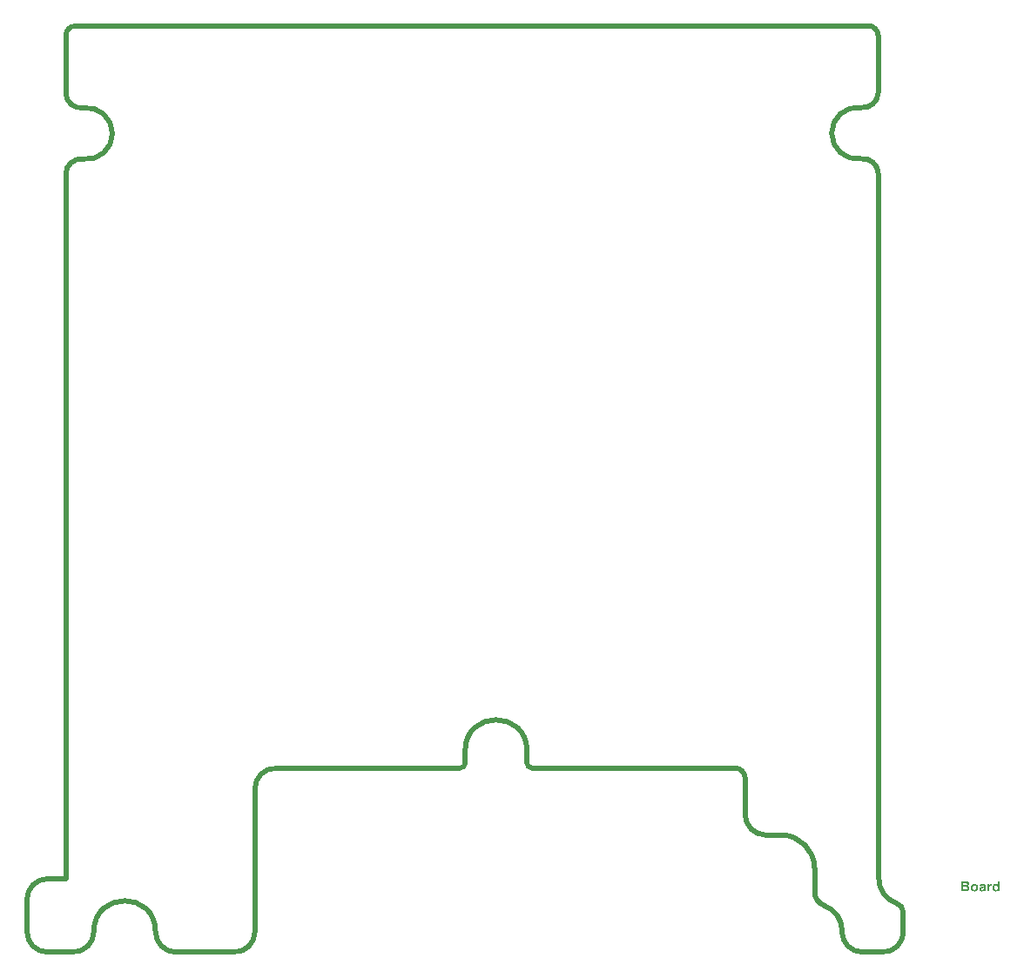
<source format=gm1>
G04*
G04 #@! TF.GenerationSoftware,Altium Limited,Altium Designer,25.5.2 (35)*
G04*
G04 Layer_Color=16711935*
%FSLAX45Y45*%
%MOMM*%
G71*
G04*
G04 #@! TF.SameCoordinates,4A1FDDFA-50DE-4FE3-89EC-5C8A89288C0E*
G04*
G04*
G04 #@! TF.FilePolarity,Positive*
G04*
G01*
G75*
%ADD101C,0.50000*%
G36*
X9457890Y592173D02*
X9440562D01*
Y602422D01*
X9440350Y602211D01*
X9440139Y601894D01*
X9439822Y601577D01*
X9438871Y600415D01*
X9437709Y599147D01*
X9436124Y597667D01*
X9434433Y596082D01*
X9432425Y594709D01*
X9430312Y593441D01*
X9430206D01*
X9430101Y593335D01*
X9429678Y593229D01*
X9429255Y593018D01*
X9428093Y592490D01*
X9426614Y592067D01*
X9424818Y591539D01*
X9422810Y591011D01*
X9420697Y590694D01*
X9418478Y590588D01*
X9417949D01*
X9417315Y590694D01*
X9416470D01*
X9415413Y590905D01*
X9414146Y591116D01*
X9412772Y591433D01*
X9411293Y591856D01*
X9409708Y592278D01*
X9408017Y592912D01*
X9406326Y593758D01*
X9404530Y594709D01*
X9402839Y595765D01*
X9401043Y597139D01*
X9399353Y598618D01*
X9397662Y600309D01*
X9397556Y600415D01*
X9397345Y600732D01*
X9396817Y601366D01*
X9396288Y602105D01*
X9395654Y603162D01*
X9394915Y604324D01*
X9394175Y605803D01*
X9393330Y607388D01*
X9392484Y609290D01*
X9391745Y611298D01*
X9391005Y613623D01*
X9390371Y616053D01*
X9389843Y618694D01*
X9389420Y621547D01*
X9389103Y624612D01*
X9388997Y627782D01*
Y627993D01*
Y628627D01*
X9389103Y629472D01*
Y630740D01*
X9389209Y632219D01*
X9389420Y633910D01*
X9389737Y635918D01*
X9390054Y637925D01*
X9390477Y640144D01*
X9391005Y642363D01*
X9391745Y644582D01*
X9392484Y646907D01*
X9393435Y649126D01*
X9394598Y651239D01*
X9395866Y653247D01*
X9397345Y655043D01*
X9397451Y655149D01*
X9397768Y655466D01*
X9398190Y655888D01*
X9398824Y656522D01*
X9399670Y657262D01*
X9400726Y658001D01*
X9401888Y658847D01*
X9403156Y659798D01*
X9404636Y660643D01*
X9406326Y661488D01*
X9408017Y662228D01*
X9409919Y662968D01*
X9411927Y663602D01*
X9414040Y664024D01*
X9416364Y664341D01*
X9418689Y664447D01*
X9419217D01*
X9419851Y664341D01*
X9420697D01*
X9421753Y664130D01*
X9422916Y663919D01*
X9424184Y663602D01*
X9425663Y663179D01*
X9427248Y662651D01*
X9428938Y662017D01*
X9430629Y661171D01*
X9432320Y660220D01*
X9434116Y659164D01*
X9435807Y657790D01*
X9437497Y656311D01*
X9439188Y654515D01*
Y689701D01*
X9457890D01*
Y592173D01*
D02*
G37*
G36*
X9374416Y664341D02*
X9375050Y664236D01*
X9376635Y664024D01*
X9378537Y663602D01*
X9380650Y662968D01*
X9382869Y662017D01*
X9385088Y660854D01*
X9379276Y644582D01*
X9379065Y644688D01*
X9378431Y645110D01*
X9377586Y645533D01*
X9376423Y646167D01*
X9375050Y646695D01*
X9373571Y647224D01*
X9372091Y647541D01*
X9370506Y647646D01*
X9369872D01*
X9369133Y647541D01*
X9368182Y647329D01*
X9367125Y647118D01*
X9366068Y646695D01*
X9364906Y646167D01*
X9363849Y645427D01*
X9363744Y645322D01*
X9363427Y645005D01*
X9362898Y644476D01*
X9362264Y643631D01*
X9361631Y642575D01*
X9360891Y641201D01*
X9360151Y639616D01*
X9359517Y637608D01*
Y637503D01*
X9359412Y637291D01*
Y636974D01*
X9359306Y636446D01*
X9359200Y635812D01*
X9359095Y634861D01*
X9358883Y633804D01*
X9358778Y632536D01*
X9358672Y631057D01*
X9358461Y629367D01*
X9358355Y627465D01*
X9358249Y625246D01*
X9358144Y622815D01*
Y620174D01*
X9358038Y617215D01*
Y613940D01*
Y592173D01*
X9339335D01*
Y662862D01*
X9356664D01*
Y652718D01*
X9356770Y652824D01*
X9356876Y653035D01*
X9357087Y653352D01*
X9357404Y653881D01*
X9358249Y655149D01*
X9359306Y656628D01*
X9360574Y658213D01*
X9361842Y659692D01*
X9363215Y661066D01*
X9363955Y661700D01*
X9364589Y662122D01*
X9364800Y662228D01*
X9365223Y662439D01*
X9365963Y662862D01*
X9366914Y663285D01*
X9368182Y663707D01*
X9369555Y664130D01*
X9371035Y664341D01*
X9372725Y664447D01*
X9373782D01*
X9374416Y664341D01*
D02*
G37*
G36*
X9295062D02*
X9296330D01*
X9297598Y664236D01*
X9299077Y664024D01*
X9302142Y663707D01*
X9305206Y663179D01*
X9308165Y662439D01*
X9309432Y661911D01*
X9310700Y661383D01*
X9310806D01*
X9311017Y661277D01*
X9311334Y661066D01*
X9311651Y660854D01*
X9312814Y660220D01*
X9314082Y659375D01*
X9315561Y658213D01*
X9316935Y656945D01*
X9318308Y655466D01*
X9319365Y653881D01*
X9319471Y653669D01*
X9319576Y653352D01*
X9319788Y653035D01*
X9319999Y652507D01*
X9320210Y651767D01*
X9320422Y651028D01*
X9320633Y650077D01*
X9320844Y649020D01*
X9321056Y647858D01*
X9321267Y646484D01*
X9321478Y644899D01*
X9321690Y643209D01*
X9321795Y641412D01*
X9321901Y639405D01*
Y637186D01*
X9321584Y615313D01*
Y615208D01*
Y614891D01*
Y614468D01*
Y613834D01*
Y612989D01*
Y612143D01*
X9321690Y610136D01*
X9321795Y607917D01*
X9321901Y605592D01*
X9322112Y603479D01*
X9322323Y602422D01*
X9322429Y601577D01*
Y601366D01*
X9322640Y600837D01*
X9322852Y599886D01*
X9323169Y598724D01*
X9323591Y597350D01*
X9324225Y595765D01*
X9324965Y593969D01*
X9325810Y592173D01*
X9307319D01*
Y592278D01*
X9307214Y592490D01*
X9307002Y592912D01*
X9306791Y593546D01*
X9306580Y594286D01*
X9306157Y595237D01*
X9305840Y596399D01*
X9305417Y597667D01*
Y597773D01*
X9305312Y597984D01*
X9305206Y598618D01*
X9304995Y599358D01*
X9304889Y599675D01*
X9304783Y599886D01*
X9304572Y599675D01*
X9303938Y599147D01*
X9302987Y598301D01*
X9301719Y597245D01*
X9300240Y596188D01*
X9298443Y595026D01*
X9296541Y593863D01*
X9294534Y592912D01*
X9294428D01*
X9294323Y592807D01*
X9294006Y592701D01*
X9293583Y592595D01*
X9292526Y592173D01*
X9291047Y591750D01*
X9289356Y591327D01*
X9287349Y590905D01*
X9285235Y590694D01*
X9282911Y590588D01*
X9281854D01*
X9281115Y590694D01*
X9280164Y590799D01*
X9279107Y590905D01*
X9277945Y591116D01*
X9276677Y591327D01*
X9273929Y591961D01*
X9271076Y593018D01*
X9269597Y593758D01*
X9268224Y594497D01*
X9266956Y595343D01*
X9265688Y596399D01*
X9265582Y596505D01*
X9265371Y596716D01*
X9265159Y597033D01*
X9264737Y597456D01*
X9264208Y598090D01*
X9263680Y598724D01*
X9263152Y599569D01*
X9262623Y600520D01*
X9261989Y601577D01*
X9261461Y602634D01*
X9260404Y605275D01*
X9259982Y606649D01*
X9259770Y608128D01*
X9259559Y609713D01*
X9259453Y611404D01*
Y611509D01*
Y611721D01*
Y612038D01*
Y612460D01*
X9259559Y613517D01*
X9259770Y614996D01*
X9260193Y616687D01*
X9260616Y618483D01*
X9261355Y620279D01*
X9262306Y622076D01*
Y622181D01*
X9262412Y622287D01*
X9262835Y622815D01*
X9263469Y623661D01*
X9264420Y624717D01*
X9265476Y625880D01*
X9266850Y627042D01*
X9268435Y628204D01*
X9270231Y629155D01*
X9270337D01*
X9270442Y629261D01*
X9270759Y629367D01*
X9271182Y629578D01*
X9271710Y629789D01*
X9272344Y630106D01*
X9273190Y630318D01*
X9274035Y630635D01*
X9274986Y630951D01*
X9276148Y631374D01*
X9277416Y631691D01*
X9278684Y632114D01*
X9280164Y632431D01*
X9281749Y632853D01*
X9283333Y633276D01*
X9285130Y633593D01*
X9285235D01*
X9285658Y633699D01*
X9286398Y633804D01*
X9287243Y634016D01*
X9288300Y634227D01*
X9289568Y634438D01*
X9290941Y634755D01*
X9292421Y635072D01*
X9295379Y635812D01*
X9298443Y636552D01*
X9299817Y636974D01*
X9301191Y637397D01*
X9302353Y637820D01*
X9303410Y638242D01*
Y640039D01*
Y640144D01*
Y640250D01*
Y640990D01*
X9303304Y641941D01*
X9303093Y643103D01*
X9302776Y644371D01*
X9302247Y645639D01*
X9301613Y646907D01*
X9300662Y647858D01*
X9300557Y647963D01*
X9300134Y648175D01*
X9299394Y648597D01*
X9298443Y649020D01*
X9297070Y649443D01*
X9295274Y649865D01*
X9294217Y649971D01*
X9293160Y650077D01*
X9291892Y650182D01*
X9289673D01*
X9288722Y650077D01*
X9287666Y649971D01*
X9286398Y649654D01*
X9285024Y649337D01*
X9283756Y648809D01*
X9282594Y648175D01*
X9282488Y648069D01*
X9282171Y647752D01*
X9281643Y647329D01*
X9281009Y646590D01*
X9280269Y645639D01*
X9279530Y644371D01*
X9278790Y642892D01*
X9278156Y641201D01*
X9261355Y644265D01*
Y644371D01*
X9261461Y644688D01*
X9261672Y645216D01*
X9261884Y645956D01*
X9262201Y646801D01*
X9262623Y647752D01*
X9263680Y649971D01*
X9265054Y652507D01*
X9266744Y655043D01*
X9268752Y657367D01*
X9269914Y658530D01*
X9271182Y659481D01*
X9271288Y659586D01*
X9271499Y659692D01*
X9271922Y659903D01*
X9272450Y660220D01*
X9273190Y660643D01*
X9274141Y661066D01*
X9275197Y661488D01*
X9276360Y662017D01*
X9277839Y662439D01*
X9279318Y662862D01*
X9281009Y663285D01*
X9282911Y663707D01*
X9284918Y664024D01*
X9287137Y664236D01*
X9289462Y664447D01*
X9294111D01*
X9295062Y664341D01*
D02*
G37*
G36*
X9127162Y689595D02*
X9128430D01*
X9131283Y689489D01*
X9134136Y689278D01*
X9136883Y688961D01*
X9138045Y688855D01*
X9139208Y688644D01*
X9139419D01*
X9139736Y688538D01*
X9140159Y688433D01*
X9141215Y688221D01*
X9142589Y687799D01*
X9144174Y687270D01*
X9145865Y686531D01*
X9147661Y685685D01*
X9149352Y684629D01*
X9149457D01*
X9149563Y684523D01*
X9150091Y684100D01*
X9150936Y683361D01*
X9151993Y682516D01*
X9153155Y681248D01*
X9154423Y679874D01*
X9155691Y678289D01*
X9156854Y676493D01*
Y676387D01*
X9156959Y676281D01*
X9157171Y675964D01*
X9157382Y675647D01*
X9157805Y674591D01*
X9158439Y673217D01*
X9158967Y671526D01*
X9159495Y669519D01*
X9159812Y667406D01*
X9159918Y665081D01*
Y664975D01*
Y664764D01*
Y664447D01*
X9159812Y663919D01*
Y663285D01*
X9159707Y662651D01*
X9159495Y660960D01*
X9158967Y658952D01*
X9158333Y656839D01*
X9157488Y654726D01*
X9156220Y652507D01*
Y652401D01*
X9156008Y652296D01*
X9155797Y651979D01*
X9155586Y651556D01*
X9154740Y650605D01*
X9153578Y649337D01*
X9152099Y647963D01*
X9150408Y646484D01*
X9148401Y645110D01*
X9146182Y643948D01*
X9146287D01*
X9146604Y643843D01*
X9147027Y643631D01*
X9147661Y643420D01*
X9148401Y643103D01*
X9149246Y642786D01*
X9151253Y641835D01*
X9153367Y640673D01*
X9155691Y639088D01*
X9157910Y637291D01*
X9159812Y635072D01*
X9159918Y634967D01*
X9160024Y634755D01*
X9160235Y634438D01*
X9160552Y634016D01*
X9160975Y633382D01*
X9161397Y632642D01*
X9161820Y631797D01*
X9162243Y630951D01*
X9163088Y628733D01*
X9163933Y626302D01*
X9164461Y623449D01*
X9164673Y621970D01*
Y620385D01*
Y620279D01*
Y620068D01*
Y619751D01*
Y619223D01*
X9164567Y618694D01*
X9164461Y617955D01*
X9164250Y616264D01*
X9163933Y614257D01*
X9163299Y612143D01*
X9162560Y609819D01*
X9161503Y607388D01*
Y607283D01*
X9161397Y607071D01*
X9161186Y606754D01*
X9160975Y606332D01*
X9160235Y605169D01*
X9159284Y603796D01*
X9158122Y602211D01*
X9156642Y600520D01*
X9154952Y598830D01*
X9153050Y597350D01*
X9152944D01*
X9152838Y597245D01*
X9152521Y597033D01*
X9152099Y596716D01*
X9151570Y596505D01*
X9150936Y596188D01*
X9149457Y595448D01*
X9147555Y594603D01*
X9145231Y593863D01*
X9142695Y593229D01*
X9139842Y592807D01*
X9139313D01*
X9138785Y592701D01*
X9138151D01*
X9137306Y592595D01*
X9136249D01*
X9135087Y592490D01*
X9133608D01*
X9131917Y592384D01*
X9130015D01*
X9127796Y592278D01*
X9122619D01*
X9119554Y592173D01*
X9082995D01*
Y689701D01*
X9125894D01*
X9127162Y689595D01*
D02*
G37*
G36*
X9214758Y664341D02*
X9215814Y664236D01*
X9217188Y664130D01*
X9218773Y663919D01*
X9220569Y663602D01*
X9222471Y663179D01*
X9224479Y662545D01*
X9226592Y661911D01*
X9228811Y661066D01*
X9230924Y660009D01*
X9233143Y658847D01*
X9235362Y657473D01*
X9237370Y655783D01*
X9239377Y653986D01*
X9239483Y653881D01*
X9239800Y653458D01*
X9240328Y652930D01*
X9240962Y652084D01*
X9241808Y651028D01*
X9242653Y649865D01*
X9243498Y648386D01*
X9244555Y646801D01*
X9245506Y645005D01*
X9246351Y642997D01*
X9247302Y640778D01*
X9248042Y638454D01*
X9248676Y636023D01*
X9249204Y633382D01*
X9249521Y630635D01*
X9249627Y627676D01*
Y627465D01*
Y626936D01*
X9249521Y626091D01*
Y625034D01*
X9249310Y623661D01*
X9249098Y622076D01*
X9248781Y620279D01*
X9248359Y618377D01*
X9247830Y616264D01*
X9247091Y614151D01*
X9246245Y611932D01*
X9245294Y609713D01*
X9244026Y607388D01*
X9242653Y605275D01*
X9241068Y603056D01*
X9239272Y601049D01*
X9239166Y600943D01*
X9238849Y600626D01*
X9238215Y600098D01*
X9237370Y599464D01*
X9236419Y598618D01*
X9235151Y597773D01*
X9233777Y596822D01*
X9232192Y595871D01*
X9230396Y594814D01*
X9228388Y593863D01*
X9226275Y593018D01*
X9223950Y592278D01*
X9221520Y591539D01*
X9218878Y591011D01*
X9216131Y590694D01*
X9213278Y590588D01*
X9212327D01*
X9211588Y590694D01*
X9210742D01*
X9209791Y590799D01*
X9208629Y590905D01*
X9207361Y591116D01*
X9204508Y591644D01*
X9201338Y592384D01*
X9198063Y593441D01*
X9194787Y594920D01*
X9194681Y595026D01*
X9194364Y595131D01*
X9193942Y595343D01*
X9193308Y595765D01*
X9192568Y596188D01*
X9191828Y596822D01*
X9189821Y598196D01*
X9187708Y599992D01*
X9185489Y602211D01*
X9183375Y604852D01*
X9181473Y607811D01*
Y607917D01*
X9181262Y608234D01*
X9181051Y608656D01*
X9180734Y609290D01*
X9180417Y610136D01*
X9179994Y611087D01*
X9179677Y612249D01*
X9179254Y613517D01*
X9178832Y614996D01*
X9178409Y616581D01*
X9177986Y618272D01*
X9177669Y620068D01*
X9177352Y621970D01*
X9177141Y624083D01*
X9177035Y626197D01*
X9176930Y628416D01*
Y628521D01*
Y628838D01*
Y629367D01*
X9177035Y630001D01*
Y630846D01*
X9177141Y631902D01*
X9177352Y632959D01*
X9177458Y634227D01*
X9178092Y636974D01*
X9178832Y640039D01*
X9179994Y643209D01*
X9180628Y644899D01*
X9181473Y646484D01*
X9181579Y646590D01*
X9181685Y646907D01*
X9182002Y647329D01*
X9182319Y647963D01*
X9182741Y648703D01*
X9183375Y649548D01*
X9184749Y651450D01*
X9186651Y653564D01*
X9188870Y655783D01*
X9191406Y657896D01*
X9194364Y659798D01*
X9194470Y659903D01*
X9194787Y660009D01*
X9195210Y660220D01*
X9195844Y660537D01*
X9196689Y660854D01*
X9197640Y661277D01*
X9198697Y661700D01*
X9199859Y662122D01*
X9201233Y662545D01*
X9202712Y662968D01*
X9205882Y663707D01*
X9209369Y664236D01*
X9211271Y664447D01*
X9213912D01*
X9214758Y664341D01*
D02*
G37*
%LPC*%
G36*
X9423655Y650182D02*
X9423021D01*
X9422599Y650077D01*
X9421331Y649865D01*
X9419746Y649548D01*
X9418055Y648914D01*
X9416153Y647963D01*
X9415202Y647329D01*
X9414357Y646590D01*
X9413406Y645744D01*
X9412561Y644793D01*
Y644688D01*
X9412349Y644582D01*
X9412138Y644265D01*
X9411821Y643843D01*
X9411504Y643209D01*
X9411187Y642575D01*
X9410764Y641729D01*
X9410342Y640884D01*
X9409919Y639827D01*
X9409496Y638665D01*
X9409179Y637291D01*
X9408862Y635918D01*
X9408545Y634438D01*
X9408334Y632748D01*
X9408228Y630951D01*
X9408123Y629050D01*
Y628944D01*
Y628521D01*
Y627993D01*
Y627253D01*
X9408228Y626302D01*
X9408334Y625246D01*
Y623978D01*
X9408545Y622815D01*
X9408862Y620068D01*
X9409391Y617427D01*
X9410130Y614785D01*
X9410659Y613728D01*
X9411187Y612672D01*
X9411293Y612566D01*
X9411398Y612355D01*
X9411715Y612038D01*
X9412032Y611509D01*
X9413089Y610347D01*
X9414463Y609079D01*
X9416259Y607705D01*
X9418372Y606543D01*
X9419640Y606015D01*
X9420908Y605698D01*
X9422282Y605486D01*
X9423761Y605381D01*
X9424395D01*
X9424818Y605486D01*
X9426086Y605698D01*
X9427565Y606015D01*
X9429255Y606649D01*
X9431157Y607705D01*
X9432003Y608234D01*
X9432954Y608973D01*
X9433905Y609819D01*
X9434750Y610770D01*
X9434856Y610875D01*
X9434961Y610981D01*
X9435173Y611404D01*
X9435490Y611826D01*
X9435807Y612355D01*
X9436229Y613094D01*
X9436652Y613940D01*
X9437075Y614891D01*
X9437497Y615947D01*
X9437814Y617215D01*
X9438237Y618589D01*
X9438554Y620068D01*
X9438871Y621653D01*
X9439082Y623344D01*
X9439294Y625246D01*
Y627253D01*
Y627359D01*
Y627782D01*
Y628416D01*
X9439188Y629261D01*
Y630212D01*
X9439082Y631374D01*
X9438977Y632642D01*
X9438765Y634016D01*
X9438237Y636869D01*
X9437392Y639827D01*
X9436335Y642469D01*
X9435595Y643737D01*
X9434856Y644793D01*
Y644899D01*
X9434644Y645005D01*
X9434116Y645639D01*
X9433165Y646484D01*
X9431791Y647541D01*
X9430206Y648492D01*
X9428304Y649337D01*
X9426086Y649971D01*
X9424923Y650077D01*
X9423655Y650182D01*
D02*
G37*
G36*
X9303410Y626091D02*
X9303198Y625985D01*
X9302670Y625880D01*
X9301825Y625563D01*
X9300557Y625246D01*
X9298972Y624823D01*
X9296964Y624295D01*
X9294640Y623766D01*
X9291892Y623132D01*
X9291787D01*
X9291575Y623027D01*
X9291153D01*
X9290624Y622815D01*
X9289356Y622498D01*
X9287771Y622181D01*
X9286081Y621653D01*
X9284390Y621125D01*
X9282911Y620596D01*
X9282277Y620279D01*
X9281749Y619962D01*
X9281643Y619857D01*
X9281220Y619540D01*
X9280586Y618906D01*
X9279952Y618166D01*
X9279318Y617215D01*
X9278684Y616053D01*
X9278262Y614785D01*
X9278156Y613411D01*
Y613200D01*
Y612777D01*
X9278262Y612038D01*
X9278473Y611087D01*
X9278896Y610030D01*
X9279318Y608868D01*
X9280058Y607811D01*
X9281009Y606649D01*
X9281115Y606543D01*
X9281537Y606226D01*
X9282171Y605698D01*
X9283016Y605275D01*
X9284179Y604747D01*
X9285447Y604219D01*
X9286926Y603902D01*
X9288511Y603796D01*
X9288722D01*
X9289356Y603902D01*
X9290307Y604007D01*
X9291575Y604219D01*
X9293055Y604641D01*
X9294745Y605169D01*
X9296436Y606015D01*
X9298126Y607071D01*
X9298232Y607177D01*
X9298655Y607494D01*
X9299289Y608022D01*
X9299923Y608762D01*
X9300768Y609713D01*
X9301508Y610770D01*
X9302142Y611932D01*
X9302670Y613200D01*
Y613306D01*
X9302776Y613728D01*
X9302881Y614362D01*
X9303093Y615208D01*
X9303198Y616476D01*
X9303304Y618060D01*
X9303410Y619962D01*
Y622287D01*
Y626091D01*
D02*
G37*
G36*
X9120717Y673428D02*
X9102648D01*
Y650922D01*
X9121668D01*
X9124098Y651028D01*
X9126422D01*
X9127479Y651133D01*
X9128430D01*
X9129275Y651239D01*
X9130121D01*
X9130755Y651345D01*
X9131706Y651556D01*
X9132762Y651873D01*
X9134030Y652296D01*
X9135404Y652930D01*
X9136672Y653669D01*
X9137834Y654620D01*
X9137940Y654726D01*
X9138257Y655149D01*
X9138785Y655783D01*
X9139313Y656734D01*
X9139842Y657790D01*
X9140370Y659164D01*
X9140687Y660643D01*
X9140793Y662334D01*
Y662545D01*
Y663073D01*
X9140687Y663919D01*
X9140476Y664870D01*
X9140159Y666032D01*
X9139736Y667300D01*
X9139102Y668462D01*
X9138257Y669625D01*
X9138151Y669730D01*
X9137834Y670047D01*
X9137200Y670575D01*
X9136355Y671104D01*
X9135298Y671738D01*
X9134030Y672266D01*
X9132551Y672689D01*
X9130755Y673006D01*
X9130438D01*
X9130121Y673111D01*
X9129170D01*
X9128430Y673217D01*
X9126634D01*
X9125366Y673323D01*
X9122513D01*
X9120717Y673428D01*
D02*
G37*
G36*
X9120928Y634650D02*
X9102648D01*
Y608656D01*
X9124309D01*
X9126528Y608762D01*
X9128853D01*
X9131072Y608868D01*
X9132023Y608973D01*
X9132974D01*
X9133713Y609079D01*
X9134347Y609185D01*
X9134559D01*
X9135087Y609396D01*
X9135932Y609607D01*
X9136883Y610030D01*
X9138045Y610558D01*
X9139208Y611192D01*
X9140476Y612038D01*
X9141532Y613094D01*
X9141638Y613200D01*
X9141955Y613623D01*
X9142483Y614362D01*
X9143012Y615313D01*
X9143434Y616476D01*
X9143963Y617849D01*
X9144280Y619540D01*
X9144385Y621336D01*
Y621547D01*
Y622076D01*
X9144280Y622921D01*
X9144068Y623872D01*
X9143857Y625034D01*
X9143434Y626302D01*
X9142906Y627570D01*
X9142166Y628733D01*
X9142061Y628838D01*
X9141744Y629261D01*
X9141321Y629789D01*
X9140581Y630423D01*
X9139736Y631163D01*
X9138679Y631902D01*
X9137411Y632536D01*
X9136038Y633170D01*
X9135827Y633276D01*
X9135615D01*
X9135193Y633382D01*
X9134664Y633487D01*
X9134030Y633593D01*
X9133291Y633804D01*
X9132340Y633910D01*
X9131283Y634016D01*
X9130015Y634227D01*
X9128536Y634333D01*
X9126951Y634438D01*
X9125154Y634544D01*
X9123147D01*
X9120928Y634650D01*
D02*
G37*
G36*
X9213173Y649231D02*
X9212433D01*
X9212010Y649126D01*
X9211376Y649020D01*
X9210637Y648914D01*
X9208946Y648492D01*
X9206938Y647858D01*
X9204931Y646907D01*
X9203874Y646273D01*
X9202923Y645533D01*
X9201867Y644582D01*
X9200916Y643631D01*
Y643526D01*
X9200704Y643420D01*
X9200493Y642997D01*
X9200176Y642575D01*
X9199753Y642046D01*
X9199331Y641307D01*
X9198908Y640461D01*
X9198485Y639510D01*
X9198063Y638454D01*
X9197640Y637186D01*
X9197217Y635918D01*
X9196795Y634438D01*
X9196478Y632853D01*
X9196266Y631163D01*
X9196161Y629367D01*
X9196055Y627465D01*
Y627359D01*
Y627042D01*
Y626408D01*
X9196161Y625774D01*
Y624823D01*
X9196266Y623872D01*
X9196478Y622710D01*
X9196689Y621442D01*
X9197217Y618906D01*
X9198063Y616159D01*
X9199331Y613623D01*
X9200070Y612355D01*
X9200916Y611298D01*
X9201021Y611192D01*
X9201127Y611087D01*
X9201444Y610770D01*
X9201761Y610453D01*
X9202923Y609607D01*
X9204297Y608551D01*
X9206093Y607494D01*
X9208206Y606649D01*
X9210531Y606015D01*
X9211799Y605909D01*
X9213173Y605803D01*
X9213912D01*
X9214441Y605909D01*
X9214969Y606015D01*
X9215709Y606120D01*
X9217399Y606543D01*
X9219407Y607177D01*
X9221414Y608128D01*
X9222471Y608762D01*
X9223528Y609502D01*
X9224479Y610347D01*
X9225430Y611298D01*
X9225535Y611404D01*
X9225641Y611615D01*
X9225852Y611932D01*
X9226169Y612355D01*
X9226592Y612883D01*
X9227015Y613623D01*
X9227437Y614468D01*
X9227966Y615419D01*
X9228388Y616476D01*
X9228811Y617743D01*
X9229234Y619117D01*
X9229656Y620491D01*
X9229973Y622076D01*
X9230184Y623766D01*
X9230396Y625668D01*
Y627570D01*
Y627676D01*
Y627993D01*
Y628627D01*
X9230290Y629261D01*
Y630212D01*
X9230184Y631163D01*
X9229973Y632325D01*
X9229762Y633487D01*
X9229234Y636129D01*
X9228283Y638771D01*
X9227120Y641307D01*
X9226275Y642575D01*
X9225430Y643631D01*
X9225324Y643737D01*
X9225218Y643843D01*
X9224901Y644159D01*
X9224584Y644476D01*
X9223528Y645427D01*
X9222048Y646484D01*
X9220252Y647435D01*
X9218139Y648386D01*
X9215814Y649020D01*
X9214546Y649126D01*
X9213173Y649231D01*
D02*
G37*
%LPD*%
D101*
X0Y200000D02*
G03*
X200000Y0I200000J0D01*
G01*
X8322000D02*
G03*
X8522000Y200000I0J200000D01*
G01*
X7924500D02*
G03*
X8124500Y0I200000J0D01*
G01*
X2017500D02*
G03*
X2217500Y200000I-0J200000D01*
G01*
X1250000Y200001D02*
G03*
X1450000Y0I200000J-1D01*
G01*
X450000D02*
G03*
X650000Y200001I-0J200000D01*
G01*
X7924500Y213224D02*
G03*
X7757993Y449767I-251285J-9D01*
G01*
X1250000Y200001D02*
G03*
X650000Y200001I-300000J0D01*
G01*
X8522000Y382361D02*
G03*
X8453767Y477181I-100000J0D01*
G01*
X7658599Y590972D02*
G03*
X7757993Y449767I150000J0D01*
G01*
X200334Y713461D02*
G03*
X0Y513462I-334J-200000D01*
G01*
X477500Y9015049D02*
G03*
X377500Y8915049I0J-100000D01*
G01*
X546081Y7717259D02*
G03*
X377500Y7569906I-19892J-147353D01*
G01*
Y8362694D02*
G03*
X546081Y8215341I148690J0D01*
G01*
X546081Y7717259D02*
G03*
X546081Y8215341I33619J249041D01*
G01*
X2417500Y1791238D02*
G03*
X2217500Y1591238I-0J-200000D01*
G01*
X4211155Y1791238D02*
G03*
X4261155Y1841238I-0J50000D01*
G01*
X4861155Y1961238D02*
G03*
X4261155Y1961238I-300000J0D01*
G01*
X4861155Y1841238D02*
G03*
X4911155Y1791238I50000J-0D01*
G01*
X6983599Y1691238D02*
G03*
X6883599Y1791238I-100000J0D01*
G01*
X6983599Y1339500D02*
G03*
X7183600Y1139500I200000J0D01*
G01*
X7658599Y814500D02*
G03*
X7333599Y1139500I-325000J0D01*
G01*
X8109033Y8218158D02*
G03*
X8109404Y7720076I-33433J-249066D01*
G01*
X8109033Y8218158D02*
G03*
X8277488Y8363351I19782J147367D01*
G01*
X8278075Y7575134D02*
G03*
X8109404Y7720076I-148670J-2396D01*
G01*
X8277077Y8915813D02*
G03*
X8188803Y9015049I-100000J-74D01*
G01*
X8283186Y714045D02*
G03*
X8453767Y477181I250000J186D01*
G01*
X0Y200000D02*
Y513462D01*
X200000Y0D02*
X450000D01*
X1450000D02*
X2017500D01*
X8124500D02*
X8322000D01*
X7924500Y200000D02*
Y213224D01*
X8522000Y200000D02*
Y382361D01*
X200334Y713461D02*
X377500Y713165D01*
Y8362694D02*
Y8915049D01*
Y713165D02*
Y7569906D01*
X2217500Y200000D02*
Y1591238D01*
X2417500Y1791238D02*
X4211155D01*
X4261155Y1841238D02*
Y1961238D01*
X477500Y9015049D02*
X8188803D01*
X4861155Y1841238D02*
Y1961238D01*
X4911155Y1791238D02*
X6883599D01*
X6983599Y1339500D02*
Y1691238D01*
X7183599Y1139500D02*
X7333599D01*
X7658599Y590972D02*
Y814500D01*
X8277077Y8915813D02*
X8277488Y8363351D01*
X8278075Y7575134D02*
X8283186Y714045D01*
M02*

</source>
